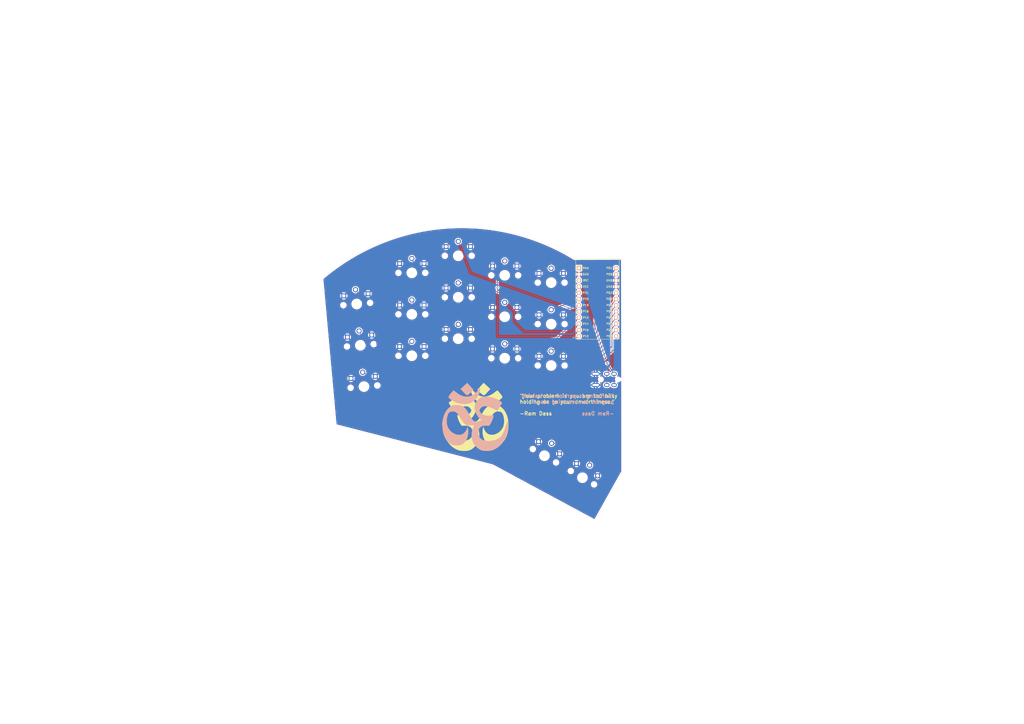
<source format=kicad_pcb>
(kicad_pcb (version 20211014) (generator pcbnew)
  (title_block (title "cockamamie") (rev "v1.0.0") (company "Unknown"))
  (layers (0 "F.Cu" signal) (31 "B.Cu" signal) (34 "B.Paste" user) (35 "F.Paste" user) (36 "B.SilkS" user "B.Silkscreen") (37 "F.SilkS" user "F.Silkscreen") (38 "B.Mask" user) (39 "F.Mask" user) (44 "Edge.Cuts" user))
  (net 0 "")
  (net 1 "GND")
  (net 2 "P7")
  (net 3 "P6")
  (net 4 "P5")
  (net 5 "P4")
  (net 6 "P3")
  (net 7 "P0")
  (net 8 "P1")
  (net 9 "P19")
  (net 10 "P18")
  (net 11 "P15")
  (net 12 "P14")
  (net 13 "P16")
  (net 14 "P10")
  (net 15 "P20")
  (net 16 "P21")
  (net 17 "P8")
  (net 18 "P9")
  (net 19 "RAW")
  (net 20 "RST")
  (net 21 "VCC")
  (net 22 "P2")
  (footprint "PG1350" (layer "F.Cu") (at 238.88795 195.920869 -30)
    (fp_text reference "S17" hide)
    (fp_text value "" hide)
  )
  (footprint "PG1350" (layer "F.Cu") (at 149.276737 158.561085 5)
    (fp_text reference "S1" hide)
    (fp_text value "" hide)
  )
  (footprint "PG1350" (layer "F.Cu") (at 187.96 138.92)
    (fp_text reference "S7" hide)
    (fp_text value "" hide)
  )
  (footprint "PG1350" (layer "F.Cu") (at 146.313442 124.690465 5)
    (fp_text reference "S3" hide)
    (fp_text value "" hide)
  )
  (footprint "PG1350" (layer "F.Cu") (at 226.06 132.92)
    (fp_text reference "S14" hide)
    (fp_text value "" hide)
  )
  (footprint "PG1350" (layer "F.Cu") (at 168.91 111.92)
    (fp_text reference "S6" hide)
    (fp_text value "" hide)
  )
  (footprint "PG1350" (layer "F.Cu") (at 187.96 104.92)
    (fp_text reference "S9" hide)
    (fp_text value "" hide)
  )
  (footprint "PG1350" (layer "F.Cu") (at 147.795089 141.625775 5)
    (fp_text reference "S2" hide)
    (fp_text value "" hide)
  )
  (footprint "PG1350" (layer "F.Cu") (at 223.299493 186.920869 -30)
    (fp_text reference "S16" hide)
    (fp_text value "" hide)
  )
  (footprint "PG1350" (layer "F.Cu") (at 207.01 112.92)
    (fp_text reference "S12" hide)
    (fp_text value "" hide)
  )
  (footprint "PG1350" (layer "F.Cu") (at 226.06 115.92)
    (fp_text reference "S15" hide)
    (fp_text value "" hide)
  )
  (footprint "PG1350" (layer "F.Cu") (at 187.96 121.92)
    (fp_text reference "S8" hide)
    (fp_text value "" hide)
  )
  (footprint "PG1350" (layer "F.Cu") (at 168.91 145.92)
    (fp_text reference "S4" hide)
    (fp_text value "" hide)
  )
  (footprint "TRRS-PJ-320A-dual" (layer "F.Cu") (at 255.06 157.92 -90)
    (fp_text reference "REF**")
    (fp_text value "TRRS-PJ-320A-dual")
  )
  (footprint "PG1350" (layer "F.Cu") (at 226.06 149.92)
    (fp_text reference "S13" hide)
    (fp_text value "" hide)
  )
  (footprint "PG1350" (layer "F.Cu") (at 207.01 146.92)
    (fp_text reference "S10" hide)
    (fp_text value "" hide)
  )
  (footprint "ProMicro" (layer "F.Cu") (at 245.06 123.92 -90)
    (fp_text reference "MCU1" hide)
    (fp_text value "" hide)
  )
  (footprint "PG1350" (layer "F.Cu") (at 168.91 128.92)
    (fp_text reference "S5" hide)
    (fp_text value "" hide)
  )
  (footprint "PG1350" (layer "F.Cu") (at 207.01 129.92)
    (fp_text reference "S11" hide)
    (fp_text value "" hide)
  )
  (gr_poly (pts (xy 201.985168 184.621263) (xy 202.270371 184.513698) (xy 202.550557 184.396683) (xy 203.095507 184.134758) (xy 203.619277 183.836394) (xy 204.121127 183.5025) (xy 204.600316 183.13398) (xy 205.056105 182.731742) (xy 205.487752 182.296692) (xy 205.894518 181.829738) (xy 206.275662 181.331786) (xy 206.630443 180.803742) (xy 206.958122 180.246513) (xy 207.257958 179.661006) (xy 207.529211 179.048128) (xy 207.771139 178.408786) (xy 207.983004 177.743885) (xy 208.164064 177.054333) (xy 208.23573 176.723884) (xy 208.300434 176.373202) (xy 208.408032 175.634071) (xy 208.485007 174.882809) (xy 208.529508 174.165283) (xy 208.539682 173.527362) (xy 208.531319 173.252588) (xy 208.513681 173.014915) (xy 208.486536 172.820078) (xy 208.449652 172.67381) (xy 208.402799 172.581845) (xy 208.375561 172.558017) (xy 208.345745 172.549916) (xy 208.334874 172.552153) (xy 208.322966 172.558793) (xy 208.310062 172.569725) (xy 208.296204 172.584839) (xy 208.281435 172.604027) (xy 208.265796 172.627178) (xy 208.232075 172.684932) (xy 208.195379 172.757223) (xy 208.156043 172.843175) (xy 208.114401 172.94191) (xy 208.07079 173.052551) (xy 208.025545 173.17422) (xy 207.979002 173.306041) (xy 207.931496 173.447136) (xy 207.883363 173.596627) (xy 207.834938 173.753638) (xy 207.786557 173.917291) (xy 207.738555 174.08671) (xy 207.691268 174.261016) (xy 207.584399 174.645492) (xy 207.469105 175.025819) (xy 207.345997 175.400727) (xy 207.215686 175.768946) (xy 207.078783 176.129205) (xy 206.9359 176.480235) (xy 206.787648 176.820764) (xy 206.634638 177.149524) (xy 206.477482 177.465243) (xy 206.316791 177.766653) (xy 206.153176 178.052481) (xy 205.987248 178.32146) (xy 205.819619 178.572317) (xy 205.650899 178.803783) (xy 205.481701 179.014589) (xy 205.312636 179.203463) (xy 205.166095 179.348043) (xy 205.007306 179.486904) (xy 204.83696 179.619931) (xy 204.655751 179.747007) (xy 204.263505 179.982852) (xy 203.836103 180.193519) (xy 203.37908 180.378086) (xy 202.897968 180.535635) (xy 202.398304 180.665245) (xy 201.88562 180.765995) (xy 201.365451 180.836967) (xy 200.843332 180.877239) (xy 200.324796 180.885891) (xy 199.815378 180.862004) (xy 199.320613 180.804657) (xy 198.846033 180.712929) (xy 198.618043 180.653886) (xy 198.397175 180.585902) (xy 198.18412 180.508863) (xy 197.979571 180.422654) (xy 197.826633 180.348887) (xy 197.679561 180.26923) (xy 197.538428 180.183883) (xy 197.403311 180.093045) (xy 197.274283 179.996915) (xy 197.15142 179.895693) (xy 197.034796 179.789577) (xy 196.924487 179.678767) (xy 196.820567 179.563462) (xy 196.723111 179.443861) (xy 196.632193 179.320164) (xy 196.54789 179.192569) (xy 196.470275 179.061275) (xy 196.399424 178.926482) (xy 196.33541 178.788389) (xy 196.27831 178.647196) (xy 196.228198 178.5031) (xy 196.185149 178.356302) (xy 196.149237 178.207) (xy 196.120538 178.055395) (xy 196.099126 177.901684) (xy 196.085076 177.746067) (xy 196.078464 177.588744) (xy 196.079363 177.429913) (xy 196.087849 177.269773) (xy 196.103996 177.108525) (xy 196.12788 176.946366) (xy 196.159575 176.783497) (xy 196.199157 176.620115) (xy 196.246699 176.456422) (xy 196.302277 176.292614) (xy 196.365966 176.128893) (xy 196.420423 176.00509) (xy 196.479103 175.886521) (xy 196.542075 175.773162) (xy 196.609412 175.664988) (xy 196.681182 175.561973) (xy 196.757456 175.464092) (xy 196.838306 175.37132) (xy 196.9238 175.283633) (xy 197.01401 175.201004) (xy 197.109007 175.12341) (xy 197.208859 175.050825) (xy 197.313639 174.983223) (xy 197.423416 174.920581) (xy 197.538261 174.862872) (xy 197.658243 174.810072) (xy 197.783435 174.762156) (xy 197.913905 174.719099) (xy 198.049725 174.680875) (xy 198.190965 174.647459) (xy 198.337695 174.618828) (xy 198.489986 174.594954) (xy 198.647907 174.575814) (xy 198.811531 174.561382) (xy 198.980926 174.551634) (xy 199.156164 174.546543) (xy 199.337314 174.546086) (xy 199.524448 174.550237) (xy 199.717636 174.558971) (xy 199.916947 174.572262) (xy 200.122453 174.590087) (xy 200.334224 174.61242) (xy 200.552331 174.639235) (xy 200.615392 174.566924) (xy 200.688873 174.477302) (xy 200.785571 174.352718) (xy 200.901922 174.193683) (xy 201.034364 174.000707) (xy 201.179333 173.774303) (xy 201.333266 173.514982) (xy 201.4926 173.223256) (xy 201.573179 173.0654) (xy 201.653772 172.899634) (xy 201.733934 172.726022) (xy 201.813218 172.544629) (xy 201.891181 172.355518) (xy 201.967377 172.158752) (xy 202.041359 171.954396) (xy 202.112684 171.742514) (xy 202.180904 171.52317) (xy 202.245576 171.296427) (xy 202.306253 171.06235) (xy 202.362491 170.821002) (xy 202.413843 170.572447) (xy 202.459865 170.31675) (xy 200.977063 170.451205) (xy 200.64738 170.475061) (xy 200.328259 170.485958) (xy 200.020011 170.483989) (xy 199.722945 170.469243) (xy 199.437369 170.441811) (xy 199.163594 170.401784) (xy 198.901928 170.349252) (xy 198.65268 170.284305) (xy 198.416159 170.207034) (xy 198.192675 170.11753) (xy 197.982537 170.015883) (xy 197.786054 169.902184) (xy 197.603535 169.776523) (xy 197.43529 169.638991) (xy 197.281627 169.489678) (xy 197.142856 169.328675) (xy 197.027432 169.177668) (xy 196.927822 169.037153) (xy 196.844093 168.905608) (xy 196.808205 168.842723) (xy 196.776312 168.781508) (xy 196.748423 168.721774) (xy 196.724546 168.663331) (xy 196.704689 168.605986) (xy 196.688862 168.549551) (xy 196.677071 168.493834) (xy 196.669327 168.438646) (xy 196.665636 168.383795) (xy 196.666007 168.329092) (xy 196.67045 168.274345) (xy 196.678971 168.219365) (xy 196.691581 168.16396) (xy 196.708286 168.107941) (xy 196.729095 168.051117) (xy 196.754017 167.993297) (xy 196.78306 167.934292) (xy 196.816232 167.87391) (xy 196.853543 167.811961) (xy 196.894999 167.748254) (xy 196.990384 167.614808) (xy 197.102454 167.472046) (xy 197.231276 167.318446) (xy 197.332775 167.207861) (xy 197.439399 167.106325) (xy 197.551349 167.013872) (xy 197.668827 166.930534) (xy 197.792036 166.856344) (xy 197.921178 166.791336) (xy 198.056453 166.735542) (xy 198.198066 166.688997) (xy 198.346216 166.651732) (xy 198.501107 166.623781) (xy 198.66294 166.605178) (xy 198.831917 166.595955) (xy 199.00824 166.596145) (xy 199.192112 166.605782) (xy 199.383733 166.624898) (xy 199.583307 166.653528) (xy 199.791034 166.691703) (xy 200.007117 166.739457) (xy 200.231758 166.796824) (xy 200.465159 166.863836) (xy 200.707522 166.940526) (xy 200.959048 167.026928) (xy 201.4904 167.228999) (xy 202.06083 167.470313) (xy 202.671954 167.751136) (xy 203.325387 168.071733) (xy 204.022746 168.432368) (xy 205.959888 165.185134) (xy 205.147762 164.565693) (xy 204.749339 164.283891) (xy 204.320219 164.021254) (xy 203.864826 163.778756) (xy 203.387588 163.557367) (xy 202.892929 163.35806) (xy 202.385275 163.181807) (xy 201.869052 163.029579) (xy 201.348686 162.902348) (xy 200.828603 162.801086) (xy 200.313228 162.726766) (xy 199.806987 162.680359) (xy 199.314305 162.662837) (xy 198.839609 162.675172) (xy 198.387324 162.718336) (xy 197.961876 162.793301) (xy 197.56769 162.901038) (xy 197.39742 162.962906) (xy 197.230228 163.03489) (xy 197.066337 163.116592) (xy 196.905969 163.207617) (xy 196.749348 163.307565) (xy 196.596696 163.416039) (xy 196.448235 163.532643) (xy 196.304189 163.656978) (xy 196.16478 163.788648) (xy 196.03023 163.927255) (xy 195.900764 164.072402) (xy 195.776603 164.223691) (xy 195.657969 164.380725) (xy 195.545087 164.543106) (xy 195.438178 164.710437) (xy 195.337465 164.882321) (xy 195.243171 165.058361) (xy 195.155519 165.238158) (xy 195.074731 165.421316) (xy 195.001031 165.607437) (xy 194.93464 165.796123) (xy 194.875781 165.986979) (xy 194.824678 166.179605) (xy 194.781553 166.373604) (xy 194.746629 166.56858) (xy 194.720128 166.764135) (xy 194.702273 166.959871) (xy 194.693287 167.155392) (xy 194.693392 167.350299) (xy 194.702812 167.544195) (xy 194.721769 167.736683) (xy 194.750486 167.927365) (xy 194.805751 168.189744) (xy 194.879412 168.462142) (xy 194.969851 168.741735) (xy 195.075453 169.025701) (xy 195.194603 169.311217) (xy 195.325683 169.595461) (xy 195.467078 169.87561) (xy 195.617173 170.148841) (xy 195.77435 170.412332) (xy 195.936994 170.663259) (xy 196.103489 170.8988) (xy 196.272219 171.116133) (xy 196.441568 171.312434) (xy 196.60992 171.484881) (xy 196.775659 171.630652) (xy 196.937169 171.746923) (xy 197.667822 172.209539) (xy 196.658578 172.664643) (xy 196.499724 172.733132) (xy 196.344625 172.793537) (xy 196.193121 172.845765) (xy 196.045053 172.889728) (xy 195.90026 172.925335) (xy 195.758583 172.952495) (xy 195.619862 172.97112) (xy 195.483938 172.981118) (xy 195.350651 172.982399) (xy 195.219842 172.974873) (xy 195.09135 172.958451) (xy 194.965016 172.933042) (xy 194.840681 172.898555) (xy 194.718184 172.854902) (xy 194.597367 172.80199) (xy 194.478068 172.739731) (xy 194.36013 172.668034) (xy 194.243392 172.58681) (xy 194.127694 172.495967) (xy 194.012877 172.395416) (xy 193.898781 172.285067) (xy 193.785246 172.164829) (xy 193.672113 172.034612) (xy 193.559223 171.894327) (xy 193.446414 171.743882) (xy 193.333529 171.583189) (xy 193.106888 171.230693) (xy 192.878023 170.83612) (xy 192.645655 170.398747) (xy 192.327686 169.792549) (xy 192.020905 169.242799) (xy 191.722241 168.7471) (xy 191.428622 168.303052) (xy 191.136978 167.908256) (xy 190.844239 167.560314) (xy 190.696498 167.403164) (xy 190.547332 167.256827) (xy 190.396357 167.121005) (xy 190.243188 166.995397) (xy 190.087441 166.879703) (xy 189.928734 166.773623) (xy 189.766682 166.676858) (xy 189.600901 166.589108) (xy 189.431008 166.510073) (xy 189.256618 166.439453) (xy 189.077347 166.376949) (xy 188.892813 166.322259) (xy 188.506415 166.235128) (xy 188.094354 166.17566) (xy 187.653559 166.141456) (xy 187.180958 166.130119) (xy 186.961899 166.131395) (xy 186.759379 166.136234) (xy 186.571585 166.145172) (xy 186.396707 166.158741) (xy 186.232932 166.177476) (xy 186.078449 166.201911) (xy 185.931444 166.23258) (xy 185.790107 166.270016) (xy 185.652625 166.314755) (xy 185.517187 166.36733) (xy 185.38198 166.428276) (xy 185.245192 166.498125) (xy 185.105012 166.577412) (xy 184.959628 166.666672) (xy 184.807227 166.766438) (xy 184.645998 166.877244) (xy 184.441506 167.027454) (xy 184.243005 167.187169) (xy 184.050579 167.356163) (xy 183.864312 167.53421) (xy 183.68429 167.721085) (xy 183.510596 167.916564) (xy 183.343316 168.12042) (xy 183.182533 168.332429) (xy 183.028333 168.552365) (xy 182.8808 168.780003) (xy 182.740017 169.015118) (xy 182.606071 169.257483) (xy 182.359024 169.763068) (xy 182.140335 170.294955) (xy 181.950679 170.851342) (xy 181.790733 171.430425) (xy 181.661174 172.030404) (xy 181.562676 172.649476) (xy 181.495917 173.285838) (xy 181.461572 173.937688) (xy 181.460318 174.603224) (xy 181.49283 175.280644) (xy 181.577168 176.123856) (xy 181.703724 176.923101) (xy 181.871373 177.676938) (xy 182.078992 178.38393) (xy 182.325455 179.042635) (xy 182.609639 179.651614) (xy 182.93042 180.209428) (xy 183.286672 180.714636) (xy 183.47775 180.947064) (xy 183.677273 181.1658) (xy 183.885103 181.370665) (xy 184.101097 181.56148) (xy 184.325117 181.738063) (xy 184.557021 181.900235) (xy 184.796669 182.047817) (xy 185.04392 182.180627) (xy 185.298634 182.298487) (xy 185.56067 182.401216) (xy 185.829888 182.488634) (xy 186.106147 182.560561) (xy 186.389306 182.616818) (xy 186.679225 182.657225) (xy 186.975764 182.6816) (xy 187.278782 182.689766) (xy 187.607517 182.682345) (xy 187.921907 182.659868) (xy 188.22254 182.622016) (xy 188.510004 182.568469) (xy 188.784887 182.498907) (xy 189.047778 182.413009) (xy 189.299265 182.310456) (xy 189.539935 182.190927) (xy 189.770377 182.054103) (xy 189.991179 181.899664) (xy 190.202928 181.727289) (xy 190.406214 181.536658) (xy 190.601623 181.327453) (xy 190.789745 181.099352) (xy 190.971167 180.852035) (xy 191.146477 180.585183) (xy 191.292653 180.327878) (xy 191.427864 180.04475) (xy 191.551549 179.739766) (xy 191.663144 179.416897) (xy 191.762087 179.080109) (xy 191.847814 178.733373) (xy 191.919763 178.380656) (xy 191.977372 178.025926) (xy 192.020077 177.673153) (xy 192.047315 177.326305) (xy 192.058525 176.98935) (xy 192.053143 176.666256) (xy 192.030607 176.360994) (xy 191.990353 176.07753) (xy 191.931819 175.819833) (xy 191.854443 175.591872) (xy 191.77922 175.413078) (xy 191.747445 175.341822) (xy 191.719256 175.28252) (xy 191.694422 175.235067) (xy 191.672714 175.199358) (xy 191.662961 175.185875) (xy 191.653903 175.175289) (xy 191.645512 175.167586) (xy 191.637759 175.162754) (xy 191.630616 175.160779) (xy 191.624053 175.161648) (xy 191.618043 175.165348) (xy 191.612555 175.171867) (xy 191.607563 175.18119) (xy 191.603036 175.193306) (xy 191.595267 175.225859) (xy 191.589017 175.269422) (xy 191.584057 175.323891) (xy 191.580159 175.389159) (xy 191.577092 175.465123) (xy 191.572036 175.541253) (xy 191.561999 175.620054) (xy 191.527681 175.784669) (xy 191.475535 175.95697) (xy 191.40696 176.134961) (xy 191.323353 176.316644) (xy 191.226111 176.500024) (xy 191.116633 176.683102) (xy 190.996316 176.863883) (xy 190.866558 177.040369) (xy 190.728757 177.210563) (xy 190.58431 177.372469) (xy 190.434615 177.52409) (xy 190.28107 177.663428) (xy 190.125073 177.788487) (xy 189.968021 177.89727) (xy 189.811312 177.98778) (xy 189.617322 178.079845) (xy 189.418607 178.158168) (xy 189.215654 178.22297) (xy 189.008951 178.27447) (xy 188.798985 178.312889) (xy 188.586244 178.338449) (xy 188.371214 178.351368) (xy 188.154383 178.351869) (xy 187.936239 178.340172) (xy 187.717268 178.316496) (xy 187.497958 178.281063) (xy 187.278797 178.234093) (xy 187.060271 178.175807) (xy 186.842868 178.106426) (xy 186.627076 178.026169) (xy 186.413381 177.935257) (xy 186.202271 177.833912) (xy 185.994234 177.722353) (xy 185.789756 177.600802) (xy 185.589325 177.469477) (xy 185.393429 177.328601) (xy 185.202554 177.178394) (xy 185.017188 177.019076) (xy 184.837819 176.850868) (xy 184.664933 176.673991) (xy 184.499018 176.488664) (xy 184.340562 176.295109) (xy 184.190051 176.093546) (xy 184.047973 175.884196) (xy 183.914815 175.667279) (xy 183.791065 175.443015) (xy 183.67721 175.211626) (xy 183.52779 174.835442) (xy 183.409182 174.424862) (xy 183.32048 173.986903) (xy 183.260783 173.528579) (xy 183.229187 173.056903) (xy 183.224788 172.578892) (xy 183.246682 172.101561) (xy 183.293968 171.631923) (xy 183.36574 171.176993) (xy 183.461096 170.743787) (xy 183.579133 170.33932) (xy 183.718947 169.970605) (xy 183.879634 169.644658) (xy 183.967523 169.499915) (xy 184.060291 169.368494) (xy 184.157826 169.251273) (xy 184.260015 169.149127) (xy 184.366745 169.062935) (xy 184.477903 168.993573) (xy 184.529565 168.968503) (xy 184.589236 168.944136) (xy 184.656202 168.920598) (xy 184.729752 168.898016) (xy 184.809174 168.876515) (xy 184.893755 168.856222) (xy 184.982784 168.837262) (xy 185.075548 168.819763) (xy 185.171336 168.80385) (xy 185.269434 168.789649) (xy 185.369131 168.777287) (xy 185.469716 168.76689) (xy 185.570475 168.758583) (xy 185.670697 168.752494) (xy 185.769669 168.748748) (xy 185.86668 168.747471) (xy 185.96783 168.749774) (xy 186.06772 168.756749) (xy 186.166454 168.768492) (xy 186.264139 168.7851) (xy 186.360879 168.806668) (xy 186.456781 168.833294) (xy 186.551949 168.865074) (xy 186.64649 168.902105) (xy 186.740508 168.944483) (xy 186.834109 168.992305) (xy 186.927399 169.045668) (xy 187.020484 169.104667) (xy 187.113467 169.169399) (xy 187.206456 169.239962) (xy 187.299555 169.316452) (xy 187.39287 169.398964) (xy 187.486507 169.487596) (xy 187.58057 169.582444) (xy 187.770399 169.791176) (xy 187.963202 170.025931) (xy 188.159821 170.287482) (xy 188.361101 170.576601) (xy 188.567885 170.894061) (xy 188.781018 171.240634) (xy 189.001343 171.617093) (xy 189.168544 171.896381) (xy 189.355873 172.186938) (xy 189.556986 172.480259) (xy 189.765544 172.767839) (xy 189.975204 173.041173) (xy 190.179626 173.291756) (xy 190.372468 173.511083) (xy 190.462565 173.606368) (xy 190.547389 173.690649) (xy 190.675542 173.811184) (xy 190.795374 173.918445) (xy 190.909264 174.013191) (xy 191.019588 174.09618) (xy 191.074156 174.133503) (xy 191.128723 174.168171) (xy 191.183588 174.20028) (xy 191.239046 174.229923) (xy 191.295396 174.257196) (xy 191.352935 174.282194) (xy 191.411959 174.305011) (xy 191.472765 174.325742) (xy 191.535651 174.344483) (xy 191.600915 174.361327) (xy 191.668852 174.376369) (xy 191.73976 174.389705) (xy 191.813936 174.40143) (xy 191.891678 174.411637) (xy 192.059047 174.42788) (xy 192.244242 174.439194) (xy 192.449641 174.446335) (xy 192.677621 174.450064) (xy 192.930559 174.451139) (xy 194.519373 174.451139) (xy 194.005814 175.591872) (xy 193.877 175.909474) (xy 193.766191 176.24797) (xy 193.673346 176.604346) (xy 193.598426 176.975587) (xy 193.541392 177.358678) (xy 193.502204 177.750605) (xy 193.480822 178.148352) (xy 193.477208 178.548906) (xy 193.49132 178.949252) (xy 193.523121 179.346374) (xy 193.57257 179.737258) (xy 193.639628 180.118889) (xy 193.724255 180.488253) (xy 193.826411 180.842334) (xy 193.946058 181.178119) (xy 194.083156 181.492592) (xy 194.222265 181.760107) (xy 194.38072 182.026412) (xy 194.556732 182.289881) (xy 194.748514 182.548889) (xy 194.954279 182.80181) (xy 195.172239 183.047019) (xy 195.400607 183.28289) (xy 195.637595 183.507798) (xy 195.881415 183.720117) (xy 196.13028 183.918222) (xy 196.382403 184.100488) (xy 196.635995 184.265289) (xy 196.88927 184.410999) (xy 197.14044 184.535993) (xy 197.387717 184.638646) (xy 197.629315 184.717331) (xy 197.869854 184.7772) (xy 198.126138 184.828031) (xy 198.395699 184.86988) (xy 198.676068 184.9028) (xy 198.964777 184.926847) (xy 199.259358 184.942074) (xy 199.557343 184.948537) (xy 199.856265 184.946289) (xy 200.153654 184.935385) (xy 200.447044 184.915879) (xy 200.733965 184.887827) (xy 201.01195 184.851282) (xy 201.278531 184.806298) (xy 201.53124 184.752931) (xy 201.767608 184.691234) (xy 201.985168 184.621263)) (layer "B.SilkS") (width 0.079374) (fill solid))
  (gr_poly (pts (xy 194.096946 159.780653) (xy 191.635599 157.051464) (xy 188.900273 159.58358) (xy 189.072809 159.732801) (xy 189.240205 159.890504) (xy 189.403416 160.055202) (xy 189.563401 160.22541) (xy 190.190231 160.931606) (xy 190.348449 161.107064) (xy 190.509186 161.279113) (xy 190.673399 161.446265) (xy 190.842047 161.607036) (xy 191.016087 161.759938) (xy 191.196476 161.903484) (xy 191.384172 162.03619) (xy 191.580132 162.156567) (xy 192.271787 161.666001) (xy 192.639055 161.399951) (xy 192.821565 161.260845) (xy 193.000855 161.117344) (xy 193.175073 160.969196) (xy 193.342366 160.816146) (xy 193.500881 160.657939) (xy 193.648765 160.494321) (xy 193.784167 160.325038) (xy 193.905232 160.149835) (xy 193.95981 160.059934) (xy 194.01011 159.968458) (xy 194.055899 159.875375) (xy 194.096946 159.780653)) (layer "B.SilkS") (width 0.079374) (fill solid))
  (gr_poly (pts (xy 196.002123 162.552944) (xy 196.130584 162.316691) (xy 196.251781 162.060872) (xy 196.364789 161.79029) (xy 196.468677 161.509748) (xy 196.562519 161.22405) (xy 196.645387 160.937997) (xy 196.716352 160.656392) (xy 196.774488 160.384039) (xy 196.818866 160.12574) (xy 196.848558 159.886299) (xy 196.862638 159.670518) (xy 196.860176 159.483199) (xy 196.840245 159.329146) (xy 196.823439 159.266096) (xy 196.801917 159.213162) (xy 196.775565 159.170947) (xy 196.744265 159.14005) (xy 196.707902 159.121071) (xy 196.666361 159.114612) (xy 196.555906 159.338167) (xy 196.432567 159.558402) (xy 196.297077 159.775033) (xy 196.150169 159.987776) (xy 195.992577 160.196346) (xy 195.825034 160.400458) (xy 195.648275 160.599828) (xy 195.463032 160.794171) (xy 195.27004 160.983202) (xy 195.070032 161.166638) (xy 194.863741 161.344194) (xy 194.651901 161.515584) (xy 194.435246 161.680525) (xy 194.214509 161.838732) (xy 193.990424 161.989921) (xy 193.763725 162.133806) (xy 193.354243 162.314457) (xy 192.943791 162.460313) (xy 192.532112 162.571325) (xy 192.118952 162.647445) (xy 191.704057 162.688622) (xy 191.28717 162.694808) (xy 190.868037 162.665953) (xy 190.446403 162.60201) (xy 190.022013 162.502927) (xy 189.594611 162.368657) (xy 189.163943 162.199149) (xy 188.729754 161.994356) (xy 188.291789 161.754227) (xy 187.849793 161.478715) (xy 187.40351 161.167768) (xy 186.952685 160.821339) (xy 186.756721 160.667326) (xy 186.570761 160.527817) (xy 186.399099 160.405567) (xy 186.246029 160.303331) (xy 186.115847 160.223863) (xy 186.06068 160.193529) (xy 186.012846 160.16992) (xy 185.972881 160.153381) (xy 185.941322 160.144255) (xy 185.918706 160.142889) (xy 185.910919 160.145223) (xy 185.905569 160.149625) (xy 185.790137 160.319507) (xy 185.666243 160.486172) (xy 185.535518 160.650328) (xy 185.399595 160.812684) (xy 184.836558 161.458261) (xy 184.699123 161.622233) (xy 184.566282 161.788653) (xy 184.439667 161.958227) (xy 184.320909 162.131664) (xy 184.211641 162.309672) (xy 184.113495 162.492958) (xy 184.069102 162.586803) (xy 184.028102 162.682232) (xy 183.990699 162.779335) (xy 183.957096 162.8782) (xy 183.962688 162.922721) (xy 183.979177 162.971897) (xy 184.006136 163.02544) (xy 184.043136 163.083066) (xy 184.089748 163.144486) (xy 184.145543 163.209415) (xy 184.28297 163.348652) (xy 184.451986 163.498484) (xy 184.649165 163.656619) (xy 184.871075 163.820764) (xy 185.11429 163.988627) (xy 185.375379 164.157916) (xy 185.650914 164.326338) (xy 185.937466 164.4916) (xy 186.231606 164.65141) (xy 186.529905 164.803476) (xy 186.828934 164.945506) (xy 187.125264 165.075206) (xy 187.415466 165.190284) (xy 188.110388 165.376345) (xy 188.77828 165.524813) (xy 189.420412 165.633719) (xy 190.038054 165.701093) (xy 190.632478 165.724964) (xy 191.204954 165.703363) (xy 191.756753 165.634319) (xy 192.025295 165.58139) (xy 192.289145 165.515862) (xy 192.548461 165.437489) (xy 192.803401 165.346023) (xy 193.054125 165.241219) (xy 193.300792 165.122831) (xy 193.54356 164.990612) (xy 193.782588 164.844316) (xy 194.018035 164.683696) (xy 194.25006 164.508508) (xy 194.478822 164.318503) (xy 194.704479 164.113436) (xy 194.927191 163.893062) (xy 195.147116 163.657132) (xy 195.57924 163.137625) (xy 196.002123 162.552944)) (layer "B.SilkS") (width 0.079374) (fill solid))
  (gr_poly (pts (xy 193.997877 162.552944) (xy 193.869416 162.316691) (xy 193.748219 162.060872) (xy 193.635211 161.79029) (xy 193.531323 161.509748) (xy 193.437481 161.22405) (xy 193.354613 160.937997) (xy 193.283648 160.656392) (xy 193.225512 160.384039) (xy 193.181134 160.12574) (xy 193.151442 159.886299) (xy 193.137362 159.670518) (xy 193.139824 159.483199) (xy 193.159755 159.329146) (xy 193.176561 159.266096) (xy 193.198083 159.213162) (xy 193.224435 159.170947) (xy 193.255735 159.14005) (xy 193.292098 159.121071) (xy 193.333639 159.114612) (xy 193.444094 159.338167) (xy 193.567433 159.558402) (xy 193.702923 159.775033) (xy 193.849831 159.987776) (xy 194.007423 160.196346) (xy 194.174966 160.400458) (xy 194.351725 160.599828) (xy 194.536968 160.794171) (xy 194.72996 160.983202) (xy 194.929968 161.166638) (xy 195.136259 161.344194) (xy 195.348099 161.515584) (xy 195.564754 161.680525) (xy 195.785491 161.838732) (xy 196.009576 161.989921) (xy 196.236275 162.133806) (xy 196.645757 162.314457) (xy 197.056209 162.460313) (xy 197.467888 162.571325) (xy 197.881048 162.647445) (xy 198.295943 162.688622) (xy 198.71283 162.694808) (xy 199.131963 162.665953) (xy 199.553597 162.60201) (xy 199.977987 162.502927) (xy 200.405389 162.368657) (xy 200.836057 162.199149) (xy 201.270246 161.994356) (xy 201.708211 161.754227) (xy 202.150207 161.478715) (xy 202.59649 161.167768) (xy 203.047315 160.821339) (xy 203.243279 160.667326) (xy 203.429239 160.527817) (xy 203.600901 160.405567) (xy 203.753971 160.303331) (xy 203.884153 160.223863) (xy 203.93932 160.193529) (xy 203.987154 160.16992) (xy 204.027119 160.153381) (xy 204.058678 160.144255) (xy 204.081294 160.142889) (xy 204.089081 160.145223) (xy 204.094431 160.149625) (xy 204.209863 160.319507) (xy 204.333757 160.486172) (xy 204.464482 160.650328) (xy 204.600405 160.812684) (xy 205.163442 161.458261) (xy 205.300877 161.622233) (xy 205.433718 161.788653) (xy 205.560333 161.958227) (xy 205.679091 162.131664) (xy 205.788359 162.309672) (xy 205.886505 162.492958) (xy 205.930898 162.586803) (xy 205.971898 162.682232) (xy 206.009301 162.779335) (xy 206.042904 162.8782) (xy 206.037312 162.922721) (xy 206.020823 162.971897) (xy 205.993864 163.02544) (xy 205.956864 163.083066) (xy 205.910252 163.144486) (xy 205.854457 163.209415) (xy 205.71703 163.348652) (xy 205.548014 163.498484) (xy 205.350835 163.656619) (xy 205.128925 163.820764) (xy 204.88571 163.988627) (xy 204.624621 164.157916) (xy 204.349086 164.326338) (xy 204.062534 164.4916) (xy 203.768394 164.65141) (xy 203.470095 164.803476) (xy 203.171066 164.945506) (xy 202.874736 165.075206) (xy 202.584534 165.190284) (xy 201.889612 165.376345) (xy 201.22172 165.524813) (xy 200.579588 165.633719) (xy 199.961946 165.701093) (xy 199.367522 165.724964) (xy 198.795046 165.703363) (xy 198.243247 165.634319) (xy 197.974705 165.58139) (xy 197.710855 165.515862) (xy 197.451539 165.437489) (xy 197.196599 165.346023) (xy 196.945875 165.241219) (xy 196.699208 165.122831) (xy 196.45644 164.990612) (xy 196.217412 164.844316) (xy 195.981965 164.683696) (xy 195.74994 164.508508) (xy 195.521178 164.318503) (xy 195.295521 164.113436) (xy 195.072809 163.893062) (xy 194.852884 163.657132) (xy 194.42076 163.137625) (xy 193.997877 162.552944)) (layer "F.SilkS") (width 0.079374) (fill solid))
  (gr_poly (pts (xy 188.014832 184.621263) (xy 187.729629 184.513698) (xy 187.449443 184.396683) (xy 186.904493 184.134758) (xy 186.380723 183.836394) (xy 185.878873 183.5025) (xy 185.399684 183.13398) (xy 184.943895 182.731742) (xy 184.512248 182.296692) (xy 184.105482 181.829738) (xy 183.724338 181.331786) (xy 183.369557 180.803742) (xy 183.041878 180.246513) (xy 182.742042 179.661006) (xy 182.470789 179.048128) (xy 182.228861 178.408786) (xy 182.016996 177.743885) (xy 181.835936 177.054333) (xy 181.76427 176.723884) (xy 181.699566 176.373202) (xy 181.591968 175.634071) (xy 181.514993 174.882809) (xy 181.470492 174.165283) (xy 181.460318 173.527362) (xy 181.468681 173.252588) (xy 181.486319 173.014915) (xy 181.513464 172.820078) (xy 181.550348 172.67381) (xy 181.597201 172.581845) (xy 181.624439 172.558017) (xy 181.654255 172.549916) (xy 181.665126 172.552153) (xy 181.677034 172.558793) (xy 181.689938 172.569725) (xy 181.703796 172.584839) (xy 181.718565 172.604027) (xy 181.734204 172.627178) (xy 181.767925 172.684932) (xy 181.804621 172.757223) (xy 181.843957 172.843175) (xy 181.885599 172.94191) (xy 181.92921 173.052551) (xy 181.974455 173.17422) (xy 182.020998 173.306041) (xy 182.068504 173.447136) (xy 182.116637 173.596627) (xy 182.165062 173.753638) (xy 182.213443 173.917291) (xy 182.261445 174.08671) (xy 182.308732 174.261016) (xy 182.415601 174.645492) (xy 182.530895 175.025819) (xy 182.654003 175.400727) (xy 182.784314 175.768946) (xy 182.921217 176.129205) (xy 183.0641 176.480235) (xy 183.212352 176.820764) (xy 183.365362 177.149524) (xy 183.522518 177.465243) (xy 183.683209 177.766653) (xy 183.846824 178.052481) (xy 184.012752 178.32146) (xy 184.180381 178.572317) (xy 184.349101 178.803783) (xy 184.518299 179.014589) (xy 184.687364 179.203463) (xy 184.833905 179.348043) (xy 184.992694 179.486904) (xy 185.16304 179.619931) (xy 185.344249 179.747007) (xy 185.736495 179.982852) (xy 186.163897 180.193519) (xy 186.62092 180.378086) (xy 187.102032 180.535635) (xy 187.601696 180.665245) (xy 188.11438 180.765995) (xy 188.634549 180.836967) (xy 189.156668 180.877239) (xy 189.675204 180.885891) (xy 190.184622 180.862004) (xy 190.679387 180.804657) (xy 191.153967 180.712929) (xy 191.381957 180.653886) (xy 191.602825 180.585902) (xy 191.81588 180.508863) (xy 192.020429 180.422654) (xy 192.173367 180.348887) (xy 192.320439 180.26923) (xy 192.461572 180.183883) (xy 192.596689 180.093045) (xy 192.725717 179.996915) (xy 192.84858 179.895693) (xy 192.965204 179.789577) (xy 193.075513 179.678767) (xy 193.179433 179.563462) (xy 193.276889 179.443861) (xy 193.367807 179.320164) (xy 193.45211 179.192569) (xy 193.529725 179.061275) (xy 193.600576 178.926482) (xy 193.66459 178.788389) (xy 193.72169 178.647196) (xy 193.771802 178.5031) (xy 193.814851 178.356302) (xy 193.850763 178.207) (xy 193.879462 178.055395) (xy 193.900874 177.901684) (xy 193.914924 177.746067) (xy 193.921536 177.588744) (xy 193.920637 177.429913) (xy 193.912151 177.269773) (xy 193.896004 177.108525) (xy 193.87212 176.946366) (xy 193.840425 176.783497) (xy 193.800843 176.620115) (xy 193.753301 176.456422) (xy 193.697723 176.292614) (xy 193.634034 176.128893) (xy 193.579577 176.00509) (xy 193.520897 175.886521) (xy 193.457925 175.773162) (xy 193.390588 175.664988) (xy 193.318818 175.561973) (xy 193.242544 175.464092) (xy 193.161694 175.37132) (xy 193.0762 175.283633) (xy 192.98599 175.201004) (xy 192.890993 175.12341) (xy 192.791141 175.050825) (xy 192.686361 174.983223) (xy 192.576584 174.920581) (xy 192.461739 174.862872) (xy 192.341757 174.810072) (xy 192.216565 174.762156) (xy 192.086095 174.719099) (xy 191.950275 174.680875) (xy 191.809035 174.647459) (xy 191.662305 174.618828) (xy 191.510014 174.594954) (xy 191.352093 174.575814) (xy 191.188469 174.561382) (xy 191.019074 174.551634) (xy 190.843836 174.546543) (xy 190.662686 174.546086) (xy 190.475552 174.550237) (xy 190.282364 174.558971) (xy 190.083053 174.572262) (xy 189.877547 174.590087) (xy 189.665776 174.61242) (xy 189.447669 174.639235) (xy 189.384608 174.566924) (xy 189.311127 174.477302) (xy 189.214429 174.352718) (xy 189.098078 174.193683) (xy 188.965636 174.000707) (xy 188.820667 173.774303) (xy 188.666734 173.514982) (xy 188.5074 173.223256) (xy 188.426821 173.0654) (xy 188.346228 172.899634) (xy 188.266066 172.726022) (xy 188.186782 172.544629) (xy 188.108819 172.355518) (xy 188.032623 172.158752) (xy 187.958641 171.954396) (xy 187.887316 171.742514) (xy 187.819096 171.52317) (xy 187.754424 171.296427) (xy 187.693747 171.06235) (xy 187.637509 170.821002) (xy 187.586157 170.572447) (xy 187.540135 170.31675) (xy 189.022937 170.451205) (xy 189.35262 170.475061) (xy 189.671741 170.485958) (xy 189.979989 170.483989) (xy 190.277055 170.469243) (xy 190.562631 170.441811) (xy 190.836406 170.401784) (xy 191.098072 170.349252) (xy 191.34732 170.284305) (xy 191.583841 170.207034) (xy 191.807325 170.11753) (xy 192.017463 170.015883) (xy 192.213946 169.902184) (xy 192.396465 169.776523) (xy 192.56471 169.638991) (xy 192.718373 169.489678) (xy 192.857144 169.328675) (xy 192.972568 169.177668) (xy 193.072178 169.037153) (xy 193.155907 168.905608) (xy 193.191795 168.842723) (xy 193.223688 168.781508) (xy 193.251577 168.721774) (xy 193.275454 168.663331) (xy 193.295311 168.605986) (xy 193.311138 168.549551) (xy 193.322929 168.493834) (xy 193.330673 168.438646) (xy 193.334364 168.383795) (xy 193.333993 168.329092) (xy 193.32955 168.274345) (xy 193.321029 168.219365) (xy 193.308419 168.16396) (xy 193.291714 168.107941) (xy 193.270905 168.051117) (xy 193.245983 167.993297) (xy 193.21694 167.934292) (xy 193.183768 167.87391) (xy 193.146457 167.811961) (xy 193.105001 167.748254) (xy 193.009616 167.614808) (xy 192.897546 167.472046) (xy 192.768724 167.318446) (xy 192.667225 167.207861) (xy 192.560601 167.106325) (xy 192.448651 167.013872) (xy 192.331173 166.930534) (xy 192.207964 166.856344) (xy 192.078822 166.791336) (xy 191.943547 166.735542) (xy 191.801934 166.688997) (xy 191.653784 166.651732) (xy 191.498893 166.623781) (xy 191.33706 166.605178) (xy 191.168083 166.595955) (xy 190.99176 166.596145) (xy 190.807888 166.605782) (xy 190.616267 166.624898) (xy 190.416693 166.653528) (xy 190.208966 166.691703) (xy 189.992883 166.739457) (xy 189.768242 166.796824) (xy 189.534841 166.863836) (xy 189.292478 166.940526) (xy 189.040952 167.026928) (xy 188.5096 167.228999) (xy 187.93917 167.470313) (xy 187.328046 167.751136) (xy 186.674613 168.071733) (xy 185.977254 168.432368) (xy 184.040112 165.185134) (xy 184.852238 164.565693) (xy 185.250661 164.283891) (xy 185.679781 164.021254) (xy 186.135174 163.778756) (xy 186.612412 163.557367) (xy 187.107071 163.35806) (xy 187.614725 163.181807) (xy 188.130948 163.029579) (xy 188.651314 162.902348) (xy 189.171397 162.801086) (xy 189.686772 162.726766) (xy 190.193013 162.680359) (xy 190.685695 162.662837) (xy 191.160391 162.675172) (xy 191.612676 162.718336) (xy 192.038124 162.793301) (xy 192.43231 162.901038) (xy 192.60258 162.962906) (xy 192.769772 163.03489) (xy 192.933663 163.116592) (xy 193.094031 163.207617) (xy 193.250652 163.307565) (xy 193.403304 163.416039) (xy 193.551765 163.532643) (xy 193.695811 163.656978) (xy 193.83522 163.788648) (xy 193.96977 163.927255) (xy 194.099236 164.072402) (xy 194.223397 164.223691) (xy 194.342031 164.380725) (xy 194.454913 164.543106) (xy 194.561822 164.710437) (xy 194.662535 164.882321) (xy 194.756829 165.058361) (xy 194.844481 165.238158) (xy 194.925269 165.421316) (xy 194.998969 165.607437) (xy 195.06536 165.796123) (xy 195.124219 165.986979) (xy 195.175322 166.179605) (xy 195.218447 166.373604) (xy 195.253371 166.56858) (xy 195.279872 166.764135) (xy 195.297727 166.959871) (xy 195.306713 167.155392) (xy 195.306608 167.350299) (xy 195.297188 167.544195) (xy 195.278231 167.736683) (xy 195.249514 167.927365) (xy 195.194249 168.189744) (xy 195.120588 168.462142) (xy 195.030149 168.741735) (xy 194.924547 169.025701) (xy 194.805397 169.311217) (xy 194.674317 169.595461) (xy 194.532922 169.87561) (xy 194.382827 170.148841) (xy 194.22565 170.412332) (xy 194.063006 170.663259) (xy 193.896511 170.8988) (xy 193.727781 171.116133) (xy 193.558432 171.312434) (xy 193.39008 171.484881) (xy 193.224341 171.630652) (xy 193.062831 171.746923) (xy 192.332178 172.209539) (xy 193.341422 172.664643) (xy 193.500276 172.733132) (xy 193.655375 172.793537) (xy 193.806879 172.845765) (xy 193.954947 172.889728) (xy 194.09974 172.925335) (xy 194.241417 172.952495) (xy 194.380138 172.97112) (xy 194.516062 172.981118) (xy 194.649349 172.982399) (xy 194.780158 172.974873) (xy 194.90865 172.958451) (xy 195.034984 172.933042) (xy 195.159319 172.898555) (xy 195.281816 172.854902) (xy 195.402633 172.80199) (xy 195.521932 172.739731) (xy 195.63987 172.668034) (xy 195.756608 172.58681) (xy 195.872306 172.495967) (xy 195.987123 172.395416) (xy 196.101219 172.285067) (xy 196.214754 172.164829) (xy 196.327887 172.034612) (xy 196.440777 171.894327) (xy 196.553586 171.743882) (xy 196.666471 171.583189) (xy 196.893112 171.230693) (xy 197.121977 170.83612) (xy 197.354345 170.398747) (xy 197.672314 169.792549) (xy 197.979095 169.242799) (xy 198.277759 168.7471) (xy 198.571378 168.303052) (xy 198.863022 167.908256) (xy 199.155761 167.560314) (xy 199.303502 167.403164) (xy 199.452668 167.256827) (xy 199.603643 167.121005) (xy 199.756812 166.995397) (xy 199.912559 166.879703) (xy 200.071266 166.773623) (xy 200.233318 166.676858) (xy 200.399099 166.589108) (xy 200.568992 166.510073) (xy 200.743382 166.439453) (xy 200.922653 166.376949) (xy 201.107187 166.322259) (xy 201.493585 166.235128) (xy 201.905646 166.17566) (xy 202.346441 166.141456) (xy 202.819042 166.130119) (xy 203.038101 166.131395) (xy 203.240621 166.136234) (xy 203.428415 166.145172) (xy 203.603293 166.158741) (xy 203.767068 166.177476) (xy 203.921551 166.201911) (xy 204.068556 166.23258) (xy 204.209893 166.270016) (xy 204.347375 166.314755) (xy 204.482813 166.36733) (xy 204.61802 166.428276) (xy 204.754808 166.498125) (xy 204.894988 166.577412) (xy 205.040372 166.666672) (xy 205.192773 166.766438) (xy 205.354002 166.877244) (xy 205.558494 167.027454) (xy 205.756995 167.187169) (xy 205.949421 167.356163) (xy 206.135688 167.53421) (xy 206.31571 167.721085) (xy 206.489404 167.916564) (xy 206.656684 168.12042) (xy 206.817467 168.332429) (xy 206.971667 168.552365) (xy 207.1192 168.780003) (xy 207.259983 169.015118) (xy 207.393929 169.257483) (xy 207.640976 169.763068) (xy 207.859665 170.294955) (xy 208.049321 170.851342) (xy 208.209267 171.430425) (xy 208.338826 172.030404) (xy 208.437324 172.649476) (xy 208.504083 173.285838) (xy 208.538428 173.937688) (xy 208.539682 174.603224) (xy 208.50717 175.280644) (xy 208.422832 176.123856) (xy 208.296276 176.923101) (xy 208.128627 177.676938) (xy 207.921008 178.38393) (xy 207.674545 179.042635) (xy 207.390361 179.651614) (xy 207.06958 180.209428) (xy 206.713328 180.714636) (xy 206.52225 180.947064) (xy 206.322727 181.1658) (xy 206.114897 181.370665) (xy 205.898903 181.56148) (xy 205.674883 181.738063) (xy 205.442979 181.900235) (xy 205.203331 182.047817) (xy 204.95608 182.180627) (xy 204.701366 182.298487) (xy 204.43933 182.401216) (xy 204.170112 182.488634) (xy 203.893853 182.560561) (xy 203.610694 182.616818) (xy 203.320775 182.657225) (xy 203.024236 182.6816) (xy 202.721218 182.689766) (xy 202.392483 182.682345) (xy 202.078093 182.659868) (xy 201.77746 182.622016) (xy 201.489996 182.568469) (xy 201.215113 182.498907) (xy 200.952222 182.413009) (xy 200.700735 182.310456) (xy 200.460065 182.190927) (xy 200.229623 182.054103) (xy 200.008821 181.899664) (xy 199.797072 181.727289) (xy 199.593786 181.536658) (xy 199.398377 181.327453) (xy 199.210255 181.099352) (xy 199.028833 180.852035) (xy 198.853523 180.585183) (xy 198.707347 180.327878) (xy 198.572136 180.04475) (xy 198.448451 179.739766) (xy 198.336856 179.416897) (xy 198.237913 179.080109) (xy 198.152186 178.733373) (xy 198.080237 178.380656) (xy 198.022628 178.025926) (xy 197.979923 177.673153) (xy 197.952685 177.326305) (xy 197.941475 176.98935) (xy 197.946857 176.666256) (xy 197.969393 176.360994) (xy 198.009647 176.07753) (xy 198.068181 175.819833) (xy 198.145557 175.591872) (xy 198.22078 175.413078) (xy 198.252555 175.341822) (xy 198.280744 175.28252) (xy 198.305578 175.235067) (xy 198.327286 175.199358) (xy 198.337039 175.185875) (xy 198.346097 175.175289) (xy 198.354488 175.167586) (xy 198.362241 175.162754) (xy 198.369384 175.160779) (xy 198.375947 175.161648) (xy 198.381957 175.165348) (xy 198.387445 175.171867) (xy 198.392437 175.18119) (xy 198.396964 175.193306) (xy 198.404733 175.225859) (xy 198.410983 175.269422) (xy 198.415943 175.323891) (xy 198.419841 175.389159) (xy 198.422908 175.465123) (xy 198.427964 175.541253) (xy 198.438001 175.620054) (xy 198.472319 175.784669) (xy 198.524465 175.95697) (xy 198.59304 176.134961) (xy 198.676647 176.316644) (xy 198.773889 176.500024) (xy 198.883367 176.683102) (xy 199.003684 176.863883) (xy 199.133442 177.040369) (xy 199.271243 177.210563) (xy 199.41569 177.372469) (xy 199.565385 177.52409) (xy 199.71893 177.663428) (xy 199.874927 177.788487) (xy 200.031979 177.89727) (xy 200.188688 177.98778) (xy 200.382678 178.079845) (xy 200.581393 178.158168) (xy 200.784346 178.22297) (xy 200.991049 178.27447) (xy 201.201015 178.312889) (xy 201.413756 178.338449) (xy 201.628786 178.351368) (xy 201.845617 178.351869) (xy 202.063761 178.340172) (xy 202.282732 178.316496) (xy 202.502042 178.281063) (xy 202.721203 178.234093) (xy 202.939729 178.175807) (xy 203.157132 178.106426) (xy 203.372924 178.026169) (xy 203.586619 177.935257) (xy 203.797729 177.833912) (xy 204.005766 177.722353) (xy 204.210244 177.600802) (xy 204.410675 177.469477) (xy 204.606571 177.328601) (xy 204.797446 177.178394) (xy 204.982812 177.019076) (xy 205.162181 176.850868) (xy 205.335067 176.673991) (xy 205.500982 176.488664) (xy 205.659438 176.295109) (xy 205.809949 176.093546) (xy 205.952027 175.884196) (xy 206.085185 175.667279) (xy 206.208935 175.443015) (xy 206.32279 175.211626) (xy 206.47221 174.835442) (xy 206.590818 174.424862) (xy 206.67952 173.986903) (xy 206.739217 173.528579) (xy 206.770813 173.056903) (xy 206.775212 172.578892) (xy 206.753318 172.101561) (xy 206.706032 171.631923) (xy 206.63426 171.176993) (xy 206.538904 170.743787) (xy 206.420867 170.33932) (xy 206.281053 169.970605) (xy 206.120366 169.644658) (xy 206.032477 169.499915) (xy 205.939709 169.368494) (xy 205.842174 169.251273) (xy 205.739985 169.149127) (xy 205.633255 169.062935) (xy 205.522097 168.993573) (xy 205.470435 168.968503) (xy 205.410764 168.944136) (xy 205.343798 168.920598) (xy 205.270248 168.898016) (xy 205.190826 168.876515) (xy 205.106245 168.856222) (xy 205.017216 168.837262) (xy 204.924452 168.819763) (xy 204.828664 168.80385) (xy 204.730566 168.789649) (xy 204.630869 168.777287) (xy 204.530284 168.76689) (xy 204.429525 168.758583) (xy 204.329303 168.752494) (xy 204.230331 168.748748) (xy 204.13332 168.747471) (xy 204.03217 168.749774) (xy 203.93228 168.756749) (xy 203.833546 168.768492) (xy 203.735861 168.7851) (xy 203.639121 168.806668) (xy 203.543219 168.833294) (xy 203.448051 168.865074) (xy 203.35351 168.902105) (xy 203.259492 168.944483) (xy 203.165891 168.992305) (xy 203.072601 169.045668) (xy 202.979516 169.104667) (xy 202.886533 169.169399) (xy 202.793544 169.239962) (xy 202.700445 169.316452) (xy 202.60713 169.398964) (xy 202.513493 169.487596) (xy 202.41943 169.582444) (xy 202.229601 169.791176) (xy 202.036798 170.025931) (xy 201.840179 170.287482) (xy 201.638899 170.576601) (xy 201.432115 170.894061) (xy 201.218982 171.240634) (xy 200.998657 171.617093) (xy 200.831456 171.896381) (xy 200.644127 172.186938) (xy 200.443014 172.480259) (xy 200.234456 172.767839) (xy 200.024796 173.041173) (xy 199.820374 173.291756) (xy 199.627532 173.511083) (xy 199.537435 173.606368) (xy 199.452611 173.690649) (xy 199.324458 173.811184) (xy 199.204626 173.918445) (xy 199.090736 174.013191) (xy 198.980412 174.09618) (xy 198.925844 174.133503) (xy 198.871277 174.168171) (xy 198.816412 174.20028) (xy 198.760954 174.229923) (xy 198.704604 174.257196) (xy 198.647065 174.282194) (xy 198.588041 174.305011) (xy 198.527235 174.325742) (xy 198.464349 174.344483) (xy 198.399085 174.361327) (xy 198.331148 174.376369) (xy 198.26024 174.389705) (xy 198.186064 174.40143) (xy 198.108322 174.411637) (xy 197.940953 174.42788) (xy 197.755758 174.439194) (xy 197.550359 174.446335) (xy 197.322379 174.450064) (xy 197.069441 174.451139) (xy 195.480627 174.451139) (xy 195.994186 175.591872) (xy 196.123 175.909474) (xy 196.233809 176.24797) (xy 196.326654 176.604346) (xy 196.401574 176.975587) (xy 196.458608 177.358678) (xy 196.497796 177.750605) (xy 196.519178 178.148352) (xy 196.522792 178.548906) (xy 196.50868 178.949252) (xy 196.476879 179.346374) (xy 196.42743 179.737258) (xy 196.360372 180.118889) (xy 196.275745 180.488253) (xy 196.173589 180.842334) (xy 196.053942 181.178119) (xy 195.916844 181.492592) (xy 195.777735 181.760107) (xy 195.61928 182.026412) (xy 195.443268 182.289881) (xy 195.251486 182.548889) (xy 195.045721 182.80181) (xy 194.827761 183.047019) (xy 194.599393 183.28289) (xy 194.362405 183.507798) (xy 194.118585 183.720117) (xy 193.86972 183.918222) (xy 193.617597 184.100488) (xy 193.364005 184.265289) (xy 193.11073 184.410999) (xy 192.85956 184.535993) (xy 192.612283 184.638646) (xy 192.370685 184.717331) (xy 192.130146 184.7772) (xy 191.873862 184.828031) (xy 191.604301 184.86988) (xy 191.323932 184.9028) (xy 191.035223 184.926847) (xy 190.740642 184.942074) (xy 190.442657 184.948537) (xy 190.143735 184.946289) (xy 189.846346 184.935385) (xy 189.552956 184.915879) (xy 189.266035 184.887827) (xy 188.98805 184.851282) (xy 188.721469 184.806298) (xy 188.46876 184.752931) (xy 188.232392 184.691234) (xy 188.014832 184.621263)) (layer "F.SilkS") (width 0.079374) (fill solid))
  (gr_poly (pts (xy 195.903054 159.780653) (xy 198.364401 157.051464) (xy 201.099727 159.58358) (xy 200.927191 159.732801) (xy 200.759795 159.890504) (xy 200.596584 160.055202) (xy 200.436599 160.22541) (xy 199.809769 160.931606) (xy 199.651551 161.107064) (xy 199.490814 161.279113) (xy 199.326601 161.446265) (xy 199.157953 161.607036) (xy 198.983913 161.759938) (xy 198.803524 161.903484) (xy 198.615828 162.03619) (xy 198.419868 162.156567) (xy 197.728213 161.666001) (xy 197.360945 161.399951) (xy 197.178435 161.260845) (xy 196.999145 161.117344) (xy 196.824927 160.969196) (xy 196.657634 160.816146) (xy 196.499119 160.657939) (xy 196.351235 160.494321) (xy 196.215833 160.325038) (xy 196.094768 160.149835) (xy 196.04019 160.059934) (xy 195.98989 159.968458) (xy 195.944101 159.875375) (xy 195.903054 159.780653)) (layer "F.SilkS") (width 0.079374) (fill solid))
  (gr_line (start 137.610573 174.41086) (end 132.156299 114.234244) (layer "Edge.Cuts") (width 0.05))
  (gr_line (start 244.003459 213.541796) (end 255.27 193.42) (layer "Edge.Cuts") (width 0.05))
  (gr_arc (start 132.156299 114.234244) (mid 182.519511 93.397749) (end 235.515191 106.128442) (layer "Edge.Cuts") (width 0.05))
  (gr_line (start 255.27 193.42) (end 255.208862 106.085039) (layer "Edge.Cuts") (width 0.05))
  (gr_line (start 201.93 190.88) (end 244.003459 213.541796) (layer "Edge.Cuts") (width 0.05))
  (gr_line (start 137.610573 174.41086) (end 201.93 190.88) (layer "Edge.Cuts") (width 0.05))
  (gr_line (start 255.208862 106.085039) (end 235.515191 106.128442) (layer "Edge.Cuts") (width 0.05))
  (gr_text "{dblquote}Suffering is part of our training \nprogram for becoming wise.{dblquote}\n\n-Ram Dass" (at 252 166) (layer "B.SilkS") (effects (font (size 1.5 1.5) (thickness 0.3)) (justify left mirror)))
  (gr_text "{dblquote}Your problem is you are too busy \nholding on to your unworthiness.{dblquote}\n\n-Ram Dass" (at 213 166) (layer "F.SilkS") (effects (font (size 1.5 1.5) (thickness 0.3)) (justify left)))
  (segment (start 252.68 132.81) (end 250 136) (width 0.25) (layer "F.Cu") (net 2))
  (segment (start 239 152) (end 239 176) (width 0.25) (layer "F.Cu") (net 2))
  (segment (start 239 176) (end 157 176) (width 0.25) (layer "F.Cu") (net 2))
  (segment (start 151 154) (end 148.762518 152.683536) (width 0.25) (layer "F.Cu") (net 2))
  (segment (start 250 136) (end 250 141) (width 0.25) (layer "F.Cu") (net 2))
  (segment (start 157 176) (end 151 154) (width 0.25) (layer "F.Cu") (net 2))
  (segment (start 250 141) (end 239 152) (width 0.25) (layer "F.Cu") (net 2))
  (segment (start 238 175) (end 238 151) (width 0.25) (layer "F.Cu") (net 3))
  (segment (start 147.28087 135.748226) (end 151 143) (width 0.25) (layer "F.Cu") (net 3))
  (segment (start 158 175) (end 238 175) (width 0.25) (layer "F.Cu") (net 3))
  (segment (start 152 154) (end 158 175) (width 0.25) (layer "F.Cu") (net 3))
  (segment (start 249 140) (end 249 135) (width 0.25) (layer "F.Cu") (net 3))
  (segment (start 151 143) (end 152 154) (width 0.25) (layer "F.Cu") (net 3))
  (segment (start 238 151) (end 249 140) (width 0.25) (layer "F.Cu") (net 3))
  (segment (start 249 135) (end 252.68 130.27) (width 0.25) (layer "F.Cu") (net 3))
  (segment (start 237 150) (end 248 139) (width 0.25) (layer "F.Cu") (net 4))
  (segment (start 149 123) (end 154 137) (width 0.25) (layer "F.Cu") (net 4))
  (segment (start 154 137) (end 159 174) (width 0.25) (layer "F.Cu") (net 4))
  (segment (start 248 139) (end 248 134) (width 0.25) (layer "F.Cu") (net 4))
  (segment (start 248 134) (end 252.68 127.73) (width 0.25) (layer "F.Cu") (net 4))
  (segment (start 159 174) (end 237 174) (width 0.25) (layer "F.Cu") (net 4))
  (segment (start 145.799223 118.812916) (end 149 123) (width 0.25) (layer "F.Cu") (net 4))
  (segment (start 237 174) (end 237 150) (width 0.25) (layer "F.Cu") (net 4))
  (segment (start 160 173) (end 166 143) (width 0.25) (layer "F.Cu") (net 5))
  (segment (start 166 143) (end 168.91 140.02) (width 0.25) (layer "F.Cu") (net 5))
  (segment (start 236 149) (end 236 173) (width 0.25) (layer "F.Cu") (net 5))
  (segment (start 247 138) (end 236 149) (width 0.25) (layer "F.Cu") (net 5))
  (segment (start 252.68 125.19) (end 247 133) (width 0.25) (layer "F.Cu") (net 5))
  (segment (start 247 133) (end 247 138) (width 0.25) (layer "F.Cu") (net 5))
  (segment (start 236 173) (end 160 173) (width 0.25) (layer "F.Cu") (net 5))
  (segment (start 172 128) (end 172 172) (width 0.25) (layer "F.Cu") (net 6))
  (segment (start 246 137) (end 246 132) (width 0.25) (layer "F.Cu") (net 6))
  (segment (start 168.91 123.02) (end 172 128) (width 0.25) (layer "F.Cu") (net 6))
  (segment (start 235 172) (end 235 148) (width 0.25) (layer "F.Cu") (net 6))
  (segment (start 172 172) (end 235 172) (width 0.25) (layer "F.Cu") (net 6))
  (segment (start 235 148) (end 246 137) (width 0.25) (layer "F.Cu") (net 6))
  (segment (start 246 132) (end 252.68 122.65) (width 0.25) (layer "F.Cu") (net 6))
  (segment (start 245 131) (end 250 124) (width 0.25) (layer "F.Cu") (net 7))
  (segment (start 234 171) (end 234 147) (width 0.25) (layer "F.Cu") (net 7))
  (segment (start 176 123) (end 176 171) (width 0.25) (layer "F.Cu") (net 7))
  (segment (start 245 136) (end 245 131) (width 0.25) (layer "F.Cu") (net 7))
  (segment (start 176 171) (end 234 171) (width 0.25) (layer "F.Cu") (net 7))
  (segment (start 168.91 106.02) (end 176 123) (width 0.25) (layer "F.Cu") (net 7))
  (segment (start 250 124) (end 250 116) (width 0.25) (layer "F.Cu") (net 7))
  (segment (start 234 147) (end 245 136) (width 0.25) (layer "F.Cu") (net 7))
  (segment (start 250 116) (end 252.68 112.49) (width 0.25) (layer "F.Cu") (net 7))
  (segment (start 252.68 109.95) (end 249 115) (width 0.25) (layer "F.Cu") (net 8))
  (segment (start 233 170) (end 185 170) (width 0.25) (layer "F.Cu") (net 8))
  (segment (start 249 115) (end 249 123) (width 0.25) (layer "F.Cu") (net 8))
  (segment (start 185 170) (end 185 137) (width 0.25) (layer "F.Cu") (net 8))
  (segment (start 185 137) (end 187.96 133.02) (width 0.25) (layer "F.Cu") (net 8))
  (segment (start 233 146) (end 233 170) (width 0.25) (layer "F.Cu") (net 8))
  (segment (start 244 135) (end 233 146) (width 0.25) (layer "F.Cu") (net 8))
  (segment (start 244 130) (end 244 135) (width 0.25) (layer "F.Cu") (net 8))
  (segment (start 249 123) (end 244 130) (width 0.25) (layer "F.Cu") (net 8))
  (segment (start 237.44 125.19) (end 226 129) (width 0.25) (layer "F.Cu") (net 9))
  (segment (start 226 129) (end 195 116) (width 0.25) (layer "F.Cu") (net 9))
  (segment (start 195 116) (end 187.96 116.02) (width 0.25) (layer "F.Cu") (net 9))
  (segment (start 237.44 127.73) (end 193 112) (width 0.25) (layer "B.Cu") (net 10))
  (segment (start 193 112) (end 187.96 99.02) (width 0.25) (layer "B.Cu") (net 10))
  (segment (start 228 139) (end 207.01 141.02) (width 0.25) (layer "F.Cu") (net 11))
  (segment (start 237.44 130.27) (end 228 139) (width 0.25) (layer "F.Cu") (net 11))
  (segment (start 211 132) (end 211 128.01) (width 0.25) (layer "B.Cu") (net 12))
  (segment (start 211 128.01) (end 207.01 124.02) (width 0.25) (layer "B.Cu") (net 12))
  (segment (start 234.25 136) (end 215 136) (width 0.25) (layer "B.Cu") (net 12))
  (segment (start 215 136) (end 211 132) (width 0.25) (layer "B.Cu") (net 12))
  (segment (start 237.44 132.81) (end 234.25 136) (width 0.25) (layer "B.Cu") (net 12))
  (segment (start 204 118) (end 204 110) (width 0.25) (layer "F.Cu") (net 13))
  (segment (start 204 110) (end 207.01 107.02) (width 0.25) (layer "F.Cu") (net 13))
  (via (at 204 118) (size 0.8) (drill 0.4) (layers "F.Cu" "B.Cu") (net 13))
  (segment (start 204 138) (end 204 118) (width 0.25) (layer "B.Cu") (net 13))
  (segment (start 235 138) (end 204 138) (width 0.25) (layer "B.Cu") (net 13))
  (segment (start 237.44 135.35) (end 235 138) (width 0.25) (layer "B.Cu") (net 13))
  (segment (start 237.44 137.89) (end 226.06 144.02) (width 0.25) (layer "F.Cu") (net 14))
  (segment (start 237.44 122.65) (end 226.06 127.02) (width 0.25) (layer "F.Cu") (net 15))
  (segment (start 226.06 110.02) (end 231 118) (width 0.25) (layer "F.Cu") (net 16))
  (segment (start 231 118) (end 237.44 120.11) (width 0.25) (layer "F.Cu") (net 16))
  (segment (start 240.357561 152.642439) (end 240.357561 179.357561) (width 0.25) (layer "F.Cu") (net 17))
  (segment (start 251 137.03) (end 251 142) (width 0.25) (layer "F.Cu") (net 17))
  (segment (start 252.68 135.35) (end 251 137.03) (width 0.25) (layer "F.Cu") (net 17))
  (segment (start 237.903803 181.811319) (end 226.249493 181.811319) (width 0.25) (layer "F.Cu") (net 17))
  (segment (start 251 142) (end 240.357561 152.642439) (width 0.25) (layer "F.Cu") (net 17))
  (segment (start 240.357561 179.357561) (end 237.903803 181.811319) (width 0.25) (layer "F.Cu") (net 17))
  (segment (start 241.83795 153.351739) (end 252.68 142.509689) (width 0.25) (layer "F.Cu") (net 18))
  (segment (start 241.83795 190.811319) (end 241.83795 153.351739) (width 0.25) (layer "F.Cu") (net 18))
  (segment (start 252.68 142.509689) (end 252.68 137.89) (width 0.25) (layer "F.Cu") (net 18))
  (segment (start 251.86 157.92) (end 251.86 153.32) (width 0.25) (layer "F.Cu") (net 21))
  (segment (start 251.86 153.32) (end 249 149) (width 0.25) (layer "F.Cu") (net 21))
  (via (at 249 149) (size 0.8) (drill 0.4) (layers "F.Cu" "B.Cu") (net 21))
  (segment (start 239 119) (end 237.44 117.57) (width 0.25) (layer "B.Cu") (net 21))
  (segment (start 249 149) (end 239 119) (width 0.25) (layer "B.Cu") (net 21))
  (segment (start 248.86 157.92) (end 248.86 153.32) (width 0.25) (layer "F.Cu") (net 22))
  (segment (start 251 122) (end 251 150) (width 0.25) (layer "B.Cu") (net 22))
  (segment (start 251 150) (end 248.86 153.32) (width 0.25) (layer "B.Cu") (net 22))
  (segment (start 252.68 120.11) (end 251 122) (width 0.25) (layer "B.Cu") (net 22))
  (zone (net 1) (net_name "GND") (layers F&B.Cu) (connect_pads (clearance 0.508)) (min_thickness 0.254) (fill yes (thermal_gap 0.508) (thermal_bridge_width 0.508))
    (polygon (pts (xy 420 297) (xy 0 297) (xy 0 0) (xy 420 0)))
  )
)
</source>
